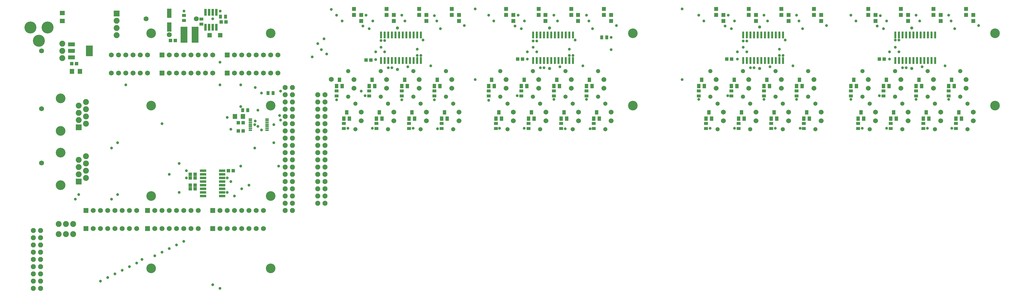
<source format=gts>
G75*
G70*
%OFA0B0*%
%FSLAX24Y24*%
%IPPOS*%
%LPD*%
%AMOC8*
5,1,8,0,0,1.08239X$1,22.5*
%
%ADD10C,0.1330*%
%ADD11R,0.0470X0.0200*%
%ADD12R,0.0513X0.0474*%
%ADD13R,0.0631X0.0710*%
%ADD14R,0.0395X0.0552*%
%ADD15R,0.0680X0.0680*%
%ADD16C,0.0680*%
%ADD17OC8,0.0680*%
%ADD18C,0.1340*%
%ADD19C,0.0820*%
%ADD20R,0.0820X0.0820*%
%ADD21R,0.0960X0.0560*%
%ADD22R,0.0946X0.1497*%
%ADD23R,0.0316X0.0946*%
%ADD24C,0.0580*%
%ADD25C,0.0674*%
%ADD26R,0.0474X0.0631*%
%ADD27R,0.0552X0.0395*%
%ADD28R,0.0552X0.0552*%
%ADD29C,0.1660*%
%ADD30R,0.0880X0.0340*%
%ADD31R,0.0710X0.0631*%
%ADD32R,0.0320X0.0950*%
%ADD33R,0.0926X0.2245*%
%ADD34R,0.0631X0.0631*%
%ADD35R,0.0631X0.1261*%
%ADD36C,0.0440*%
%ADD37C,0.0390*%
D10*
X020193Y003651D03*
X036693Y003651D03*
X036693Y013651D03*
X020193Y013651D03*
X020193Y026151D03*
X036693Y026151D03*
X036693Y036151D03*
X020193Y036151D03*
X086693Y036151D03*
X086693Y026151D03*
X136693Y026151D03*
X136693Y036151D03*
D11*
X036217Y024294D03*
X036217Y024038D03*
X036217Y023782D03*
X036217Y023526D03*
X036217Y023270D03*
X036217Y023014D03*
X036217Y022758D03*
X033919Y022758D03*
X033919Y023014D03*
X033919Y023270D03*
X033919Y023526D03*
X033919Y023782D03*
X033919Y024038D03*
X033919Y024294D03*
D12*
X032903Y023776D03*
X032234Y023776D03*
X032234Y022651D03*
X032903Y022651D03*
X031528Y017151D03*
X030859Y017151D03*
X026278Y016651D03*
X026278Y016151D03*
X025609Y016151D03*
X025609Y016651D03*
X025609Y015151D03*
X025609Y014651D03*
X026278Y014651D03*
X026278Y015151D03*
X009903Y031964D03*
X009234Y031964D03*
X022859Y035151D03*
X023528Y035151D03*
X029859Y037714D03*
X030528Y037714D03*
X049859Y032464D03*
X050528Y032464D03*
X070796Y032589D03*
X071465Y032589D03*
X099671Y032589D03*
X100340Y032589D03*
X120734Y032589D03*
X121403Y032589D03*
D13*
X032869Y024651D03*
X031767Y024651D03*
X010369Y030901D03*
X009267Y030901D03*
D14*
X032839Y025526D03*
X033548Y025526D03*
X036339Y027901D03*
X037048Y027901D03*
X030485Y038464D03*
X029776Y038464D03*
X082401Y035589D03*
X083110Y035589D03*
D15*
X030693Y033151D03*
X030693Y030651D03*
X021693Y030651D03*
X021693Y033151D03*
X019693Y011651D03*
X019693Y009151D03*
X011193Y009151D03*
X011193Y011651D03*
X028693Y011651D03*
X028693Y009151D03*
D16*
X029693Y009151D03*
X030693Y009151D03*
X031693Y009151D03*
X032693Y009151D03*
X033693Y009151D03*
X034693Y009151D03*
X035693Y009151D03*
X035693Y011651D03*
X034693Y011651D03*
X033693Y011651D03*
X032693Y011651D03*
X031693Y011651D03*
X030693Y011651D03*
X029693Y011651D03*
X026693Y011651D03*
X025693Y011651D03*
X024693Y011651D03*
X023693Y011651D03*
X022693Y011651D03*
X021693Y011651D03*
X020693Y011651D03*
X018193Y011651D03*
X017193Y011651D03*
X016193Y011651D03*
X015193Y011651D03*
X014193Y011651D03*
X013193Y011651D03*
X012193Y011651D03*
X012193Y009151D03*
X013193Y009151D03*
X014193Y009151D03*
X015193Y009151D03*
X016193Y009151D03*
X017193Y009151D03*
X018193Y009151D03*
X020693Y009151D03*
X021693Y009151D03*
X022693Y009151D03*
X023693Y009151D03*
X024693Y009151D03*
X025693Y009151D03*
X026693Y009151D03*
X005068Y018214D03*
X005068Y025714D03*
X014693Y030651D03*
X015693Y030651D03*
X016693Y030651D03*
X017693Y030651D03*
X018693Y030651D03*
X019693Y030651D03*
X022693Y030651D03*
X023693Y030651D03*
X024693Y030651D03*
X025693Y030651D03*
X026693Y030651D03*
X027693Y030651D03*
X028693Y030651D03*
X031693Y030651D03*
X032693Y030651D03*
X033693Y030651D03*
X034693Y030651D03*
X035693Y030651D03*
X036693Y030651D03*
X037693Y030651D03*
X045068Y029776D03*
X037693Y033151D03*
X036693Y033151D03*
X035693Y033151D03*
X034693Y033151D03*
X033693Y033151D03*
X032693Y033151D03*
X031693Y033151D03*
X028693Y033151D03*
X027693Y033151D03*
X026693Y033151D03*
X025693Y033151D03*
X024693Y033151D03*
X023693Y033151D03*
X022693Y033151D03*
X019693Y033151D03*
X018693Y033151D03*
X017693Y033151D03*
X016693Y033151D03*
X015693Y033151D03*
X014693Y033151D03*
X005068Y033714D03*
X019506Y038151D03*
X026443Y038151D03*
X022693Y035964D03*
D17*
X003943Y000901D03*
X004943Y000901D03*
X004943Y001901D03*
X003943Y001901D03*
X003943Y002901D03*
X004943Y002901D03*
X004943Y003901D03*
X003943Y003901D03*
X003943Y004901D03*
X004943Y004901D03*
X004943Y005901D03*
X003943Y005901D03*
X003943Y006901D03*
X004943Y006901D03*
X004943Y007901D03*
X003943Y007901D03*
X003943Y008901D03*
X004943Y008901D03*
X038693Y011651D03*
X039693Y011651D03*
X039693Y012651D03*
X038693Y012651D03*
X038693Y013651D03*
X039693Y013651D03*
X039693Y014651D03*
X038693Y014651D03*
X038693Y015651D03*
X039693Y015651D03*
X039693Y016651D03*
X038693Y016651D03*
X038693Y017651D03*
X039693Y017651D03*
X039693Y018651D03*
X038693Y018651D03*
X038693Y019651D03*
X039693Y019651D03*
X039693Y020651D03*
X038693Y020651D03*
X038693Y021651D03*
X039693Y021651D03*
X039693Y022651D03*
X038693Y022651D03*
X038693Y023651D03*
X039693Y023651D03*
X039693Y024651D03*
X038693Y024651D03*
X038693Y025651D03*
X039693Y025651D03*
X039693Y026651D03*
X038693Y026651D03*
X038693Y027651D03*
X039693Y027651D03*
X039693Y028651D03*
X038693Y028651D03*
X043193Y027651D03*
X044193Y027651D03*
X044193Y026651D03*
X043193Y026651D03*
X043193Y025651D03*
X044193Y025651D03*
X044193Y024651D03*
X043193Y024651D03*
X043193Y023651D03*
X044193Y023651D03*
X044193Y022651D03*
X043193Y022651D03*
X043193Y021651D03*
X044193Y021651D03*
X044193Y020651D03*
X043193Y020651D03*
X043193Y019651D03*
X044193Y019651D03*
X044193Y018651D03*
X043193Y018651D03*
X043193Y017651D03*
X044193Y017651D03*
X044193Y016651D03*
X043193Y016651D03*
X043193Y015651D03*
X044193Y015651D03*
X044193Y014651D03*
X043193Y014651D03*
X043193Y013651D03*
X044193Y013651D03*
X044193Y012651D03*
X043193Y012651D03*
D18*
X007693Y015151D03*
X007693Y019651D03*
X007693Y022651D03*
X007693Y027151D03*
D19*
X011193Y026651D03*
X010193Y026151D03*
X011193Y025651D03*
X010193Y025151D03*
X011193Y024651D03*
X010193Y024151D03*
X011193Y023651D03*
X011193Y019151D03*
X010193Y018651D03*
X011193Y018151D03*
X010193Y017651D03*
X011193Y017151D03*
X010193Y016651D03*
X011193Y016151D03*
X009443Y009776D03*
X008443Y009776D03*
X007443Y009776D03*
X007443Y008401D03*
X008443Y008401D03*
X009443Y008401D03*
X007943Y032714D03*
X007943Y033714D03*
X007943Y034714D03*
X015443Y035901D03*
X015443Y036901D03*
X015443Y037901D03*
D20*
X015443Y038901D03*
X010193Y023151D03*
X010193Y015651D03*
D21*
X009223Y032804D03*
X009223Y033714D03*
X009223Y034624D03*
D22*
X011663Y033714D03*
D23*
X051943Y032380D03*
X052443Y032380D03*
X052943Y032380D03*
X053443Y032380D03*
X053943Y032380D03*
X054443Y032380D03*
X054943Y032380D03*
X055443Y032380D03*
X055943Y032380D03*
X056443Y032380D03*
X056943Y032380D03*
X057443Y032380D03*
X057443Y035923D03*
X056943Y035923D03*
X056443Y035923D03*
X055943Y035923D03*
X055443Y035923D03*
X054943Y035923D03*
X054443Y035923D03*
X053943Y035923D03*
X053443Y035923D03*
X052943Y035923D03*
X052443Y035923D03*
X051943Y035923D03*
X072943Y035923D03*
X073443Y035923D03*
X073943Y035923D03*
X074443Y035923D03*
X074943Y035923D03*
X075443Y035923D03*
X075943Y035923D03*
X076443Y035923D03*
X076943Y035923D03*
X077443Y035923D03*
X077943Y035923D03*
X078443Y035923D03*
X078443Y032380D03*
X077943Y032380D03*
X077443Y032380D03*
X076943Y032380D03*
X076443Y032380D03*
X075943Y032380D03*
X075443Y032380D03*
X074943Y032380D03*
X074443Y032380D03*
X073943Y032380D03*
X073443Y032380D03*
X072943Y032380D03*
X101943Y032380D03*
X102443Y032380D03*
X102943Y032380D03*
X103443Y032380D03*
X103943Y032380D03*
X104443Y032380D03*
X104943Y032380D03*
X105443Y032380D03*
X105943Y032380D03*
X106443Y032380D03*
X106943Y032380D03*
X107443Y032380D03*
X107443Y035923D03*
X106943Y035923D03*
X106443Y035923D03*
X105943Y035923D03*
X105443Y035923D03*
X104943Y035923D03*
X104443Y035923D03*
X103943Y035923D03*
X103443Y035923D03*
X102943Y035923D03*
X102443Y035923D03*
X101943Y035923D03*
X122943Y035923D03*
X123443Y035923D03*
X123943Y035923D03*
X124443Y035923D03*
X124943Y035923D03*
X125443Y035923D03*
X125943Y035923D03*
X126443Y035923D03*
X126943Y035923D03*
X127443Y035923D03*
X127943Y035923D03*
X128443Y035923D03*
X128443Y032380D03*
X127943Y032380D03*
X127443Y032380D03*
X126943Y032380D03*
X126443Y032380D03*
X125943Y032380D03*
X125443Y032380D03*
X124943Y032380D03*
X124443Y032380D03*
X123943Y032380D03*
X123443Y032380D03*
X122943Y032380D03*
D24*
X122922Y030923D03*
X127422Y030923D03*
X131922Y030923D03*
X131922Y027380D03*
X132922Y026423D03*
X128422Y026423D03*
X127422Y027380D03*
X123922Y026423D03*
X122922Y027380D03*
X119422Y026423D03*
X118422Y027380D03*
X111922Y026423D03*
X110922Y027380D03*
X107422Y026423D03*
X106422Y027380D03*
X102922Y026423D03*
X101922Y027380D03*
X098422Y026423D03*
X097422Y027380D03*
X097422Y030923D03*
X101922Y030923D03*
X106422Y030923D03*
X110922Y030923D03*
X118422Y030923D03*
X119422Y022880D03*
X123922Y022880D03*
X128422Y022880D03*
X132922Y022880D03*
X111922Y022880D03*
X107422Y022880D03*
X102922Y022880D03*
X098422Y022880D03*
X082922Y022880D03*
X078422Y022880D03*
X073922Y022880D03*
X069422Y022880D03*
X061922Y022880D03*
X057422Y022880D03*
X052922Y022880D03*
X048422Y022880D03*
X048422Y026423D03*
X047422Y027380D03*
X051922Y027380D03*
X052922Y026423D03*
X056422Y027380D03*
X057422Y026423D03*
X060922Y027380D03*
X061922Y026423D03*
X068422Y027380D03*
X069422Y026423D03*
X072922Y027380D03*
X073922Y026423D03*
X077422Y027380D03*
X078422Y026423D03*
X081922Y027380D03*
X082922Y026423D03*
X081922Y030923D03*
X077422Y030923D03*
X072922Y030923D03*
X068422Y030923D03*
X060922Y030923D03*
X056422Y030923D03*
X051922Y030923D03*
X047422Y030923D03*
D25*
X048193Y029742D03*
X048193Y028561D03*
X052693Y028561D03*
X052693Y029742D03*
X057193Y029742D03*
X057193Y028561D03*
X061693Y028561D03*
X061693Y029742D03*
X069193Y029742D03*
X069193Y028561D03*
X073693Y028561D03*
X073693Y029742D03*
X078193Y029742D03*
X078193Y028561D03*
X082693Y028561D03*
X082693Y029742D03*
X098193Y029742D03*
X098193Y028561D03*
X102693Y028561D03*
X102693Y029742D03*
X107193Y029742D03*
X107193Y028561D03*
X111693Y028561D03*
X111693Y029742D03*
X119193Y029742D03*
X119193Y028561D03*
X123693Y028561D03*
X123693Y029742D03*
X128193Y029742D03*
X128193Y028561D03*
X132693Y028561D03*
X132693Y029742D03*
X133693Y025242D03*
X133693Y024061D03*
X129193Y024061D03*
X129193Y025242D03*
X124693Y025242D03*
X124693Y024061D03*
X120193Y024061D03*
X120193Y025242D03*
X112693Y025242D03*
X112693Y024061D03*
X108193Y024061D03*
X108193Y025242D03*
X103693Y025242D03*
X103693Y024061D03*
X099193Y024061D03*
X099193Y025242D03*
X083693Y025242D03*
X083693Y024061D03*
X079193Y024061D03*
X079193Y025242D03*
X074693Y025242D03*
X074693Y024061D03*
X070193Y024061D03*
X070193Y025242D03*
X062693Y025242D03*
X062693Y024061D03*
X058193Y024061D03*
X058193Y025242D03*
X053693Y025242D03*
X053693Y024061D03*
X049193Y024061D03*
X049193Y025242D03*
D26*
X051693Y025209D03*
X051319Y024343D03*
X052067Y024343D03*
X055819Y024343D03*
X056567Y024343D03*
X056193Y025209D03*
X060319Y024343D03*
X061067Y024343D03*
X060693Y025209D03*
X067819Y024343D03*
X068567Y024343D03*
X068193Y025209D03*
X072319Y024343D03*
X073067Y024343D03*
X072693Y025209D03*
X076819Y024343D03*
X077567Y024343D03*
X077193Y025209D03*
X081319Y024343D03*
X082067Y024343D03*
X081693Y025209D03*
X081067Y028843D03*
X080319Y028843D03*
X080693Y029709D03*
X076567Y028843D03*
X075819Y028843D03*
X076193Y029709D03*
X072067Y028843D03*
X071319Y028843D03*
X071693Y029709D03*
X067567Y028843D03*
X066819Y028843D03*
X067193Y029709D03*
X060067Y028843D03*
X059319Y028843D03*
X059693Y029709D03*
X055567Y028843D03*
X054819Y028843D03*
X055193Y029709D03*
X051067Y028843D03*
X050319Y028843D03*
X050693Y029709D03*
X046567Y028843D03*
X045819Y028843D03*
X046193Y029709D03*
X047193Y025209D03*
X046819Y024343D03*
X047567Y024343D03*
X095819Y028843D03*
X096567Y028843D03*
X096193Y029709D03*
X100319Y028843D03*
X101067Y028843D03*
X100693Y029709D03*
X104819Y028843D03*
X105567Y028843D03*
X105193Y029709D03*
X109319Y028843D03*
X110067Y028843D03*
X109693Y029709D03*
X116819Y028843D03*
X117567Y028843D03*
X117193Y029709D03*
X121319Y028843D03*
X122067Y028843D03*
X121693Y029709D03*
X125819Y028843D03*
X126567Y028843D03*
X126193Y029709D03*
X130319Y028843D03*
X131067Y028843D03*
X130693Y029709D03*
X131693Y025209D03*
X131319Y024343D03*
X132067Y024343D03*
X127567Y024343D03*
X126819Y024343D03*
X127193Y025209D03*
X123067Y024343D03*
X122319Y024343D03*
X122693Y025209D03*
X118567Y024343D03*
X117819Y024343D03*
X118193Y025209D03*
X111067Y024343D03*
X110319Y024343D03*
X110693Y025209D03*
X106567Y024343D03*
X105819Y024343D03*
X106193Y025209D03*
X102067Y024343D03*
X101319Y024343D03*
X101693Y025209D03*
X097567Y024343D03*
X096819Y024343D03*
X097193Y025209D03*
D27*
X096818Y023693D03*
X096818Y022984D03*
X101318Y022984D03*
X101318Y023693D03*
X105818Y023693D03*
X105818Y022984D03*
X110318Y022984D03*
X110318Y023693D03*
X117818Y023693D03*
X117818Y022984D03*
X122318Y022984D03*
X122318Y023693D03*
X126818Y023693D03*
X126818Y022984D03*
X131318Y022984D03*
X131318Y023693D03*
X130318Y027484D03*
X130318Y028193D03*
X125818Y028193D03*
X125818Y027484D03*
X121318Y027484D03*
X121318Y028193D03*
X116818Y028193D03*
X116818Y027484D03*
X109318Y027484D03*
X109318Y028193D03*
X104818Y028193D03*
X104818Y027484D03*
X100318Y027484D03*
X100318Y028193D03*
X095818Y028193D03*
X095818Y027484D03*
X081318Y023693D03*
X081318Y022984D03*
X076818Y022984D03*
X076818Y023693D03*
X072318Y023693D03*
X072318Y022984D03*
X067818Y022984D03*
X067818Y023693D03*
X060318Y023693D03*
X060318Y022984D03*
X055818Y022984D03*
X055818Y023693D03*
X051318Y023693D03*
X051318Y022984D03*
X046818Y022984D03*
X046818Y023693D03*
X045818Y027484D03*
X045818Y028193D03*
X050318Y028193D03*
X050318Y027484D03*
X054818Y027484D03*
X054818Y028193D03*
X059318Y028193D03*
X059318Y027484D03*
X066818Y027484D03*
X066818Y028193D03*
X071318Y028193D03*
X071318Y027484D03*
X075818Y027484D03*
X075818Y028193D03*
X080318Y028193D03*
X080318Y027484D03*
X027131Y037422D03*
X027131Y038130D03*
X024756Y037922D03*
X024756Y038631D03*
D28*
X048193Y038675D03*
X049193Y038690D03*
X049193Y037863D03*
X052693Y038675D03*
X053693Y038690D03*
X053693Y037863D03*
X057193Y038675D03*
X058193Y038690D03*
X058193Y037863D03*
X061693Y038675D03*
X062693Y038690D03*
X062693Y037863D03*
X069193Y038675D03*
X070193Y038690D03*
X070193Y037863D03*
X073693Y038675D03*
X074631Y038690D03*
X074631Y037863D03*
X078193Y038675D03*
X079131Y038690D03*
X079131Y037863D03*
X082693Y038675D03*
X083693Y038690D03*
X083693Y037863D03*
X082693Y039502D03*
X078193Y039502D03*
X073693Y039502D03*
X069193Y039502D03*
X061693Y039502D03*
X057193Y039502D03*
X052693Y039502D03*
X048193Y039502D03*
X098193Y039502D03*
X098193Y038675D03*
X099193Y038690D03*
X099193Y037863D03*
X102693Y038675D03*
X103693Y038690D03*
X103693Y037863D03*
X107193Y038675D03*
X108193Y038690D03*
X108193Y037863D03*
X111693Y038675D03*
X112693Y038690D03*
X112693Y037863D03*
X111693Y039502D03*
X107193Y039502D03*
X102693Y039502D03*
X119193Y039502D03*
X119193Y038675D03*
X120193Y038690D03*
X120193Y037863D03*
X123693Y038675D03*
X124693Y038690D03*
X124693Y037863D03*
X128193Y038675D03*
X129193Y038690D03*
X129193Y037863D03*
X132693Y038675D03*
X133693Y038690D03*
X133693Y037863D03*
X132693Y039502D03*
X128193Y039502D03*
X123693Y039502D03*
D29*
X005899Y036964D03*
X003537Y036964D03*
X004718Y035113D03*
D30*
X027388Y017151D03*
X027388Y016651D03*
X027388Y016151D03*
X027388Y015651D03*
X027388Y015151D03*
X027388Y014651D03*
X027388Y014151D03*
X027388Y013651D03*
X029998Y013651D03*
X029998Y014151D03*
X029998Y014651D03*
X029998Y015151D03*
X029998Y015651D03*
X029998Y016151D03*
X029998Y016651D03*
X029998Y017151D03*
D31*
X007943Y037850D03*
X007943Y038952D03*
D32*
X027693Y039056D03*
X028193Y039056D03*
X028693Y039056D03*
X029193Y039056D03*
X029193Y036996D03*
X028693Y036996D03*
X028193Y036996D03*
X027693Y036996D03*
D33*
X026262Y035964D03*
X024750Y035964D03*
D34*
X028258Y035901D03*
X029754Y035901D03*
D35*
X022693Y037019D03*
X022693Y038909D03*
D36*
X054193Y036901D03*
X054193Y031151D03*
X075193Y031276D03*
X075193Y036901D03*
X104193Y037026D03*
X104193Y031276D03*
X125193Y031276D03*
X125193Y036901D03*
D37*
X126318Y037839D03*
X125818Y038651D03*
X121756Y037863D03*
X120443Y037151D03*
X121318Y036776D03*
X117506Y037839D03*
X116818Y038651D03*
X113443Y037214D03*
X110131Y036776D03*
X109631Y037839D03*
X109318Y038651D03*
X105318Y037839D03*
X104818Y038651D03*
X100756Y037839D03*
X099443Y037151D03*
X100318Y036776D03*
X096506Y037839D03*
X095818Y038651D03*
X093506Y039502D03*
X099881Y038651D03*
X101943Y035089D03*
X102443Y035089D03*
X101943Y034214D03*
X102443Y033589D03*
X101131Y033589D03*
X101131Y032589D03*
X102943Y031401D03*
X103443Y031401D03*
X105631Y031526D03*
X108818Y031651D03*
X107443Y033089D03*
X106943Y033089D03*
X106943Y033964D03*
X107756Y035214D03*
X120881Y038589D03*
X130318Y038651D03*
X130631Y037839D03*
X131131Y036776D03*
X134443Y037214D03*
X123443Y035214D03*
X122943Y035214D03*
X122943Y034214D03*
X123443Y033589D03*
X122131Y033589D03*
X122131Y032589D03*
X123943Y031401D03*
X124443Y031401D03*
X126631Y031526D03*
X129818Y031651D03*
X120756Y027526D03*
X116818Y027026D03*
X109318Y027026D03*
X104818Y027026D03*
X099818Y027526D03*
X095818Y027026D03*
X093507Y029742D03*
X080318Y027026D03*
X075818Y027026D03*
X070756Y027526D03*
X066818Y026901D03*
X059318Y026964D03*
X054818Y026964D03*
X049756Y027526D03*
X049193Y028151D03*
X045818Y026964D03*
X038068Y028151D03*
X035443Y027901D03*
X034568Y028651D03*
X032568Y029026D03*
X029693Y029026D03*
X029693Y032151D03*
X016693Y029026D03*
X032568Y026026D03*
X034943Y025526D03*
X037943Y024776D03*
X038068Y024151D03*
X037131Y023526D03*
X034943Y023276D03*
X034506Y023526D03*
X034568Y024026D03*
X035443Y022776D03*
X031193Y022901D03*
X030693Y024526D03*
X021693Y023651D03*
X015568Y021026D03*
X014756Y020276D03*
X024068Y018151D03*
X025068Y017151D03*
X022693Y016651D03*
X025068Y016151D03*
X030693Y016151D03*
X031193Y015651D03*
X032693Y014651D03*
X033693Y015151D03*
X030693Y014151D03*
X031693Y013651D03*
X024068Y014151D03*
X015568Y013839D03*
X014756Y013214D03*
X010193Y013839D03*
X009756Y013214D03*
X024693Y007401D03*
X023693Y006901D03*
X022693Y006401D03*
X021693Y005901D03*
X020693Y005401D03*
X018943Y004901D03*
X018193Y004401D03*
X017193Y003901D03*
X016193Y003401D03*
X015193Y002901D03*
X014193Y002401D03*
X013193Y001901D03*
X028693Y001401D03*
X029693Y000901D03*
X032568Y017776D03*
X037818Y017776D03*
X034506Y020276D03*
X037131Y021026D03*
X047381Y023026D03*
X050756Y023026D03*
X056381Y023026D03*
X059756Y022964D03*
X068318Y023026D03*
X071693Y023026D03*
X077381Y022964D03*
X080818Y022964D03*
X097381Y023026D03*
X100756Y023026D03*
X106381Y023026D03*
X109818Y023026D03*
X118381Y023026D03*
X121756Y023004D03*
X127381Y023026D03*
X130756Y023026D03*
X130318Y027026D03*
X125818Y027026D03*
X084443Y037214D03*
X081131Y036776D03*
X080631Y037839D03*
X080318Y038651D03*
X076318Y037839D03*
X075818Y038651D03*
X071756Y037839D03*
X070443Y037151D03*
X071318Y036776D03*
X067506Y037839D03*
X066818Y038651D03*
X064929Y039502D03*
X059318Y038589D03*
X059631Y037839D03*
X060131Y036776D03*
X063443Y037214D03*
X057756Y035214D03*
X056943Y033964D03*
X056943Y033089D03*
X057443Y033089D03*
X052443Y033589D03*
X051943Y034214D03*
X051193Y033589D03*
X051193Y032526D03*
X052943Y031401D03*
X053443Y031401D03*
X055631Y031526D03*
X058818Y031651D03*
X064943Y029742D03*
X073943Y031401D03*
X074443Y031401D03*
X076631Y031526D03*
X079818Y031651D03*
X078443Y033089D03*
X077943Y033089D03*
X077943Y033964D03*
X078756Y035214D03*
X073443Y035089D03*
X072943Y035089D03*
X072943Y034214D03*
X073443Y033589D03*
X072131Y033589D03*
X072131Y032589D03*
X083693Y033901D03*
X083693Y035589D03*
X070881Y038651D03*
X055256Y037839D03*
X054818Y038651D03*
X050818Y037839D03*
X049443Y037151D03*
X050318Y036776D03*
X046568Y037839D03*
X045818Y038651D03*
X045068Y039464D03*
X049881Y038651D03*
X051943Y035151D03*
X052443Y035151D03*
X044443Y033276D03*
X042443Y032901D03*
X043693Y033901D03*
X043193Y034714D03*
X044068Y035401D03*
X029756Y039214D03*
X028693Y038151D03*
X024756Y039214D03*
M02*

</source>
